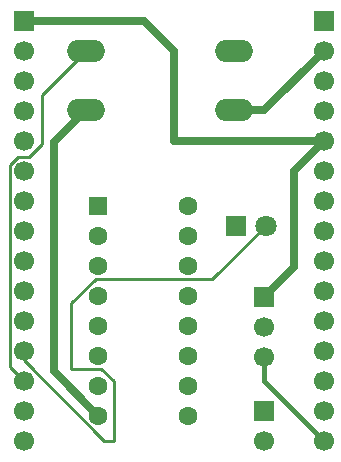
<source format=gbr>
%TF.GenerationSoftware,KiCad,Pcbnew,9.0.3*%
%TF.CreationDate,2025-08-23T20:31:56+05:30*%
%TF.ProjectId,Design1,44657369-676e-4312-9e6b-696361645f70,rev?*%
%TF.SameCoordinates,Original*%
%TF.FileFunction,Copper,L2,Bot*%
%TF.FilePolarity,Positive*%
%FSLAX46Y46*%
G04 Gerber Fmt 4.6, Leading zero omitted, Abs format (unit mm)*
G04 Created by KiCad (PCBNEW 9.0.3) date 2025-08-23 20:31:56*
%MOMM*%
%LPD*%
G01*
G04 APERTURE LIST*
G04 Aperture macros list*
%AMRoundRect*
0 Rectangle with rounded corners*
0 $1 Rounding radius*
0 $2 $3 $4 $5 $6 $7 $8 $9 X,Y pos of 4 corners*
0 Add a 4 corners polygon primitive as box body*
4,1,4,$2,$3,$4,$5,$6,$7,$8,$9,$2,$3,0*
0 Add four circle primitives for the rounded corners*
1,1,$1+$1,$2,$3*
1,1,$1+$1,$4,$5*
1,1,$1+$1,$6,$7*
1,1,$1+$1,$8,$9*
0 Add four rect primitives between the rounded corners*
20,1,$1+$1,$2,$3,$4,$5,0*
20,1,$1+$1,$4,$5,$6,$7,0*
20,1,$1+$1,$6,$7,$8,$9,0*
20,1,$1+$1,$8,$9,$2,$3,0*%
G04 Aperture macros list end*
%TA.AperFunction,ComponentPad*%
%ADD10R,1.700000X1.700000*%
%TD*%
%TA.AperFunction,ComponentPad*%
%ADD11C,1.700000*%
%TD*%
%TA.AperFunction,ComponentPad*%
%ADD12O,3.200000X1.900000*%
%TD*%
%TA.AperFunction,ComponentPad*%
%ADD13C,1.600000*%
%TD*%
%TA.AperFunction,ComponentPad*%
%ADD14RoundRect,0.250000X-0.550000X-0.550000X0.550000X-0.550000X0.550000X0.550000X-0.550000X0.550000X0*%
%TD*%
%TA.AperFunction,ComponentPad*%
%ADD15C,1.800000*%
%TD*%
%TA.AperFunction,ComponentPad*%
%ADD16R,1.800000X1.800000*%
%TD*%
%TA.AperFunction,Conductor*%
%ADD17C,0.700000*%
%TD*%
%TA.AperFunction,Conductor*%
%ADD18C,0.250000*%
%TD*%
%TA.AperFunction,Conductor*%
%ADD19C,0.500000*%
%TD*%
%TA.AperFunction,Conductor*%
%ADD20C,0.400000*%
%TD*%
G04 APERTURE END LIST*
D10*
%TO.P,J3,1,Pin_1*%
%TO.N,/3V3*%
X132080000Y-60960000D03*
D11*
%TO.P,J3,2,Pin_2*%
%TO.N,/GND*%
X132080000Y-63500000D03*
%TO.P,J3,3,Pin_3*%
%TO.N,/TX*%
X132080000Y-66040000D03*
%TO.P,J3,4,Pin_4*%
%TO.N,/RX*%
X132080000Y-68580000D03*
%TO.P,J3,5,Pin_5*%
%TO.N,/D8*%
X132080000Y-71120000D03*
%TO.P,J3,6,Pin_6*%
%TO.N,/D7*%
X132080000Y-73660000D03*
%TO.P,J3,7,Pin_7*%
%TO.N,/D6*%
X132080000Y-76200000D03*
%TO.P,J3,8,Pin_8*%
%TO.N,/D5*%
X132080000Y-78740000D03*
%TO.P,J3,9,Pin_9*%
%TO.N,/GND*%
X132080000Y-81280000D03*
%TO.P,J3,10,Pin_10*%
%TO.N,/3V3*%
X132080000Y-83820000D03*
%TO.P,J3,11,Pin_11*%
%TO.N,/D4*%
X132080000Y-86360000D03*
%TO.P,J3,12,Pin_12*%
%TO.N,/D3*%
X132080000Y-88900000D03*
%TO.P,J3,13,Pin_13*%
%TO.N,/D2*%
X132080000Y-91440000D03*
%TO.P,J3,14,Pin_14*%
%TO.N,/D1*%
X132080000Y-93980000D03*
%TO.P,J3,15,Pin_15*%
%TO.N,/D0*%
X132080000Y-96520000D03*
%TD*%
%TO.P,J4,15,Pin_15*%
%TO.N,/A0*%
X157480000Y-96520000D03*
%TO.P,J4,14,Pin_14*%
%TO.N,/RSV*%
X157480000Y-93980000D03*
%TO.P,J4,13,Pin_13*%
%TO.N,/RSU*%
X157480000Y-91440000D03*
%TO.P,J4,12,Pin_12*%
%TO.N,/SD3*%
X157480000Y-88900000D03*
%TO.P,J4,11,Pin_11*%
%TO.N,/SD2*%
X157480000Y-86360000D03*
%TO.P,J4,10,Pin_10*%
%TO.N,/SD1*%
X157480000Y-83820000D03*
%TO.P,J4,9,Pin_9*%
%TO.N,/CMD*%
X157480000Y-81280000D03*
%TO.P,J4,8,Pin_8*%
%TO.N,/SO0*%
X157480000Y-78740000D03*
%TO.P,J4,7,Pin_7*%
%TO.N,/CLK*%
X157480000Y-76200000D03*
%TO.P,J4,6,Pin_6*%
%TO.N,/GND*%
X157480000Y-73660000D03*
%TO.P,J4,5,Pin_5*%
%TO.N,/3V3*%
X157480000Y-71120000D03*
%TO.P,J4,4,Pin_4*%
%TO.N,/EN*%
X157480000Y-68580000D03*
%TO.P,J4,3,Pin_3*%
%TO.N,/RST*%
X157480000Y-66040000D03*
%TO.P,J4,2,Pin_2*%
%TO.N,/GND*%
X157480000Y-63500000D03*
D10*
%TO.P,J4,1,Pin_1*%
%TO.N,/VIN*%
X157480000Y-60960000D03*
%TD*%
D12*
%TO.P,SW1,2,2*%
%TO.N,/GND*%
X149860000Y-68500000D03*
X137360000Y-68500000D03*
%TO.P,SW1,1,1*%
%TO.N,/D2*%
X149860000Y-63500000D03*
X137360000Y-63500000D03*
%TD*%
D10*
%TO.P,J2,1,Pin_1*%
%TO.N,/3V3*%
X152400000Y-84310000D03*
D11*
%TO.P,J2,2,Pin_2*%
%TO.N,/GND*%
X152400000Y-86850000D03*
%TO.P,J2,3,Pin_3*%
%TO.N,/A0*%
X152400000Y-89390000D03*
%TD*%
D10*
%TO.P,J1,1,Pin_1*%
%TO.N,Net-(J1-Pin_1)*%
X152400000Y-93980000D03*
D11*
%TO.P,J1,2,Pin_2*%
%TO.N,/VIN*%
X152400000Y-96520000D03*
%TD*%
D13*
%TO.P,U2,16,O1*%
%TO.N,Net-(J1-Pin_1)*%
X145990000Y-76590000D03*
%TO.P,U2,15,O2*%
%TO.N,unconnected-(U2-O2-Pad15)*%
X145990000Y-79130000D03*
%TO.P,U2,14,O3*%
%TO.N,unconnected-(U2-O3-Pad14)*%
X145990000Y-81670000D03*
%TO.P,U2,13,O4*%
%TO.N,unconnected-(U2-O4-Pad13)*%
X145990000Y-84210000D03*
%TO.P,U2,12,O5*%
%TO.N,unconnected-(U2-O5-Pad12)*%
X145990000Y-86750000D03*
%TO.P,U2,11,O6*%
%TO.N,unconnected-(U2-O6-Pad11)*%
X145990000Y-89290000D03*
%TO.P,U2,10,O7*%
%TO.N,unconnected-(U2-O7-Pad10)*%
X145990000Y-91830000D03*
%TO.P,U2,9,COM*%
%TO.N,/VIN*%
X145990000Y-94370000D03*
%TO.P,U2,8,GND*%
%TO.N,/GND*%
X138370000Y-94370000D03*
%TO.P,U2,7,I7*%
%TO.N,unconnected-(U2-I7-Pad7)*%
X138370000Y-91830000D03*
%TO.P,U2,6,I6*%
%TO.N,unconnected-(U2-I6-Pad6)*%
X138370000Y-89290000D03*
%TO.P,U2,5,I5*%
%TO.N,unconnected-(U2-I5-Pad5)*%
X138370000Y-86750000D03*
%TO.P,U2,4,I4*%
%TO.N,unconnected-(U2-I4-Pad4)*%
X138370000Y-84210000D03*
%TO.P,U2,3,I3*%
%TO.N,unconnected-(U2-I3-Pad3)*%
X138370000Y-81670000D03*
%TO.P,U2,2,I2*%
%TO.N,unconnected-(U2-I2-Pad2)*%
X138370000Y-79130000D03*
D14*
%TO.P,U2,1,I1*%
%TO.N,/D1*%
X138370000Y-76590000D03*
%TD*%
D15*
%TO.P,D1,2,A*%
%TO.N,/D3*%
X152570000Y-78280000D03*
D16*
%TO.P,D1,1,K*%
%TO.N,/GND*%
X150030000Y-78280000D03*
%TD*%
D17*
%TO.N,/GND*%
X134620000Y-71240000D02*
X134620000Y-90620000D01*
X137360000Y-68500000D02*
X134620000Y-71240000D01*
X134620000Y-90620000D02*
X138370000Y-94370000D01*
D18*
%TO.N,/D2*%
X130904000Y-90264000D02*
X132080000Y-91440000D01*
X130904000Y-73172884D02*
X130904000Y-90264000D01*
X133644000Y-71407116D02*
X132567116Y-72484000D01*
X132567116Y-72484000D02*
X131592884Y-72484000D01*
X133644000Y-67216000D02*
X133644000Y-71407116D01*
X137360000Y-63500000D02*
X133644000Y-67216000D01*
X131592884Y-72484000D02*
X130904000Y-73172884D01*
D17*
%TO.N,/3V3*%
X144780000Y-71120000D02*
X157480000Y-71120000D01*
X144780000Y-63500000D02*
X144780000Y-71120000D01*
X137188635Y-60960000D02*
X142240000Y-60960000D01*
D19*
X137173422Y-60944787D02*
X137188635Y-60960000D01*
D17*
X132095213Y-60944787D02*
X137173422Y-60944787D01*
X142240000Y-60960000D02*
X144780000Y-63500000D01*
D19*
X132080000Y-60960000D02*
X132095213Y-60944787D01*
D20*
%TO.N,/A0*%
X152400000Y-91440000D02*
X152400000Y-89390000D01*
X157480000Y-96520000D02*
X152400000Y-91440000D01*
D17*
%TO.N,/GND*%
X152480000Y-68500000D02*
X149860000Y-68500000D01*
X157480000Y-63500000D02*
X152480000Y-68500000D01*
D18*
%TO.N,/D3*%
X132080000Y-89672405D02*
X132080000Y-88900000D01*
X139700000Y-96520000D02*
X138927595Y-96520000D01*
X138676000Y-90416000D02*
X139700000Y-91440000D01*
X136134199Y-90414201D02*
X136135998Y-90416000D01*
X138927595Y-96520000D02*
X132080000Y-89672405D01*
X136134199Y-84845801D02*
X136134199Y-90414201D01*
X138184000Y-82796000D02*
X136134199Y-84845801D01*
X148054000Y-82796000D02*
X138184000Y-82796000D01*
X136135998Y-90416000D02*
X138676000Y-90416000D01*
X139700000Y-91440000D02*
X139700000Y-96520000D01*
X152570000Y-78280000D02*
X148054000Y-82796000D01*
D17*
%TO.N,/3V3*%
X152400000Y-84310000D02*
X154940000Y-81770000D01*
X154940000Y-81770000D02*
X154940000Y-73660000D01*
X154940000Y-73660000D02*
X157480000Y-71120000D01*
%TD*%
M02*

</source>
